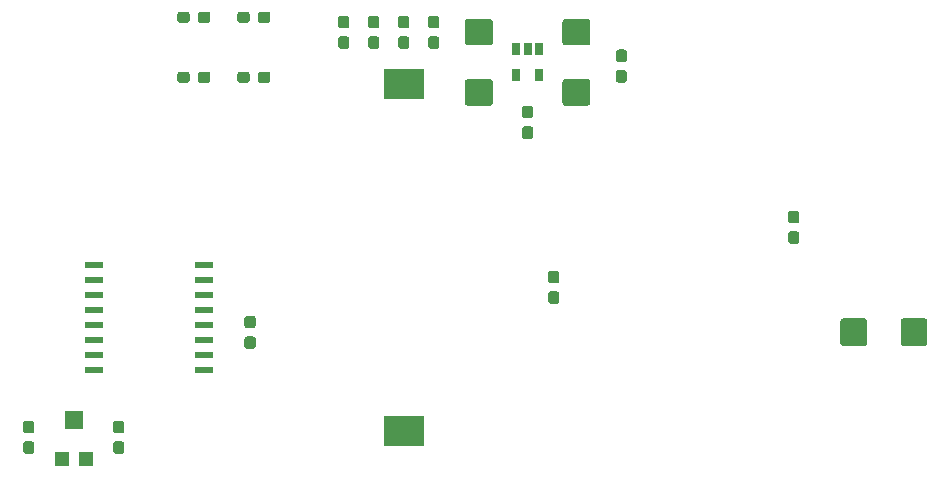
<source format=gbr>
G04 #@! TF.GenerationSoftware,KiCad,Pcbnew,(5.1.0)-1*
G04 #@! TF.CreationDate,2020-07-20T11:56:29-07:00*
G04 #@! TF.ProjectId,Tiny_Z80,54696e79-5f5a-4383-902e-6b696361645f,rev?*
G04 #@! TF.SameCoordinates,Original*
G04 #@! TF.FileFunction,Paste,Bot*
G04 #@! TF.FilePolarity,Positive*
%FSLAX46Y46*%
G04 Gerber Fmt 4.6, Leading zero omitted, Abs format (unit mm)*
G04 Created by KiCad (PCBNEW (5.1.0)-1) date 2020-07-20 11:56:29*
%MOMM*%
%LPD*%
G04 APERTURE LIST*
%ADD10R,3.510000X2.540000*%
%ADD11C,0.100000*%
%ADD12C,2.250000*%
%ADD13C,0.950000*%
%ADD14R,1.200000X1.200000*%
%ADD15R,1.600000X1.500000*%
%ADD16R,1.500000X0.600000*%
%ADD17R,0.650000X1.060000*%
G04 APERTURE END LIST*
D10*
X160020000Y-121360000D03*
X160020000Y-92000000D03*
D11*
G36*
X199009505Y-111856204D02*
G01*
X199033773Y-111859804D01*
X199057572Y-111865765D01*
X199080671Y-111874030D01*
X199102850Y-111884520D01*
X199123893Y-111897132D01*
X199143599Y-111911747D01*
X199161777Y-111928223D01*
X199178253Y-111946401D01*
X199192868Y-111966107D01*
X199205480Y-111987150D01*
X199215970Y-112009329D01*
X199224235Y-112032428D01*
X199230196Y-112056227D01*
X199233796Y-112080495D01*
X199235000Y-112104999D01*
X199235000Y-113955001D01*
X199233796Y-113979505D01*
X199230196Y-114003773D01*
X199224235Y-114027572D01*
X199215970Y-114050671D01*
X199205480Y-114072850D01*
X199192868Y-114093893D01*
X199178253Y-114113599D01*
X199161777Y-114131777D01*
X199143599Y-114148253D01*
X199123893Y-114162868D01*
X199102850Y-114175480D01*
X199080671Y-114185970D01*
X199057572Y-114194235D01*
X199033773Y-114200196D01*
X199009505Y-114203796D01*
X198985001Y-114205000D01*
X197234999Y-114205000D01*
X197210495Y-114203796D01*
X197186227Y-114200196D01*
X197162428Y-114194235D01*
X197139329Y-114185970D01*
X197117150Y-114175480D01*
X197096107Y-114162868D01*
X197076401Y-114148253D01*
X197058223Y-114131777D01*
X197041747Y-114113599D01*
X197027132Y-114093893D01*
X197014520Y-114072850D01*
X197004030Y-114050671D01*
X196995765Y-114027572D01*
X196989804Y-114003773D01*
X196986204Y-113979505D01*
X196985000Y-113955001D01*
X196985000Y-112104999D01*
X196986204Y-112080495D01*
X196989804Y-112056227D01*
X196995765Y-112032428D01*
X197004030Y-112009329D01*
X197014520Y-111987150D01*
X197027132Y-111966107D01*
X197041747Y-111946401D01*
X197058223Y-111928223D01*
X197076401Y-111911747D01*
X197096107Y-111897132D01*
X197117150Y-111884520D01*
X197139329Y-111874030D01*
X197162428Y-111865765D01*
X197186227Y-111859804D01*
X197210495Y-111856204D01*
X197234999Y-111855000D01*
X198985001Y-111855000D01*
X199009505Y-111856204D01*
X199009505Y-111856204D01*
G37*
D12*
X198110000Y-113030000D03*
D11*
G36*
X204109505Y-111856204D02*
G01*
X204133773Y-111859804D01*
X204157572Y-111865765D01*
X204180671Y-111874030D01*
X204202850Y-111884520D01*
X204223893Y-111897132D01*
X204243599Y-111911747D01*
X204261777Y-111928223D01*
X204278253Y-111946401D01*
X204292868Y-111966107D01*
X204305480Y-111987150D01*
X204315970Y-112009329D01*
X204324235Y-112032428D01*
X204330196Y-112056227D01*
X204333796Y-112080495D01*
X204335000Y-112104999D01*
X204335000Y-113955001D01*
X204333796Y-113979505D01*
X204330196Y-114003773D01*
X204324235Y-114027572D01*
X204315970Y-114050671D01*
X204305480Y-114072850D01*
X204292868Y-114093893D01*
X204278253Y-114113599D01*
X204261777Y-114131777D01*
X204243599Y-114148253D01*
X204223893Y-114162868D01*
X204202850Y-114175480D01*
X204180671Y-114185970D01*
X204157572Y-114194235D01*
X204133773Y-114200196D01*
X204109505Y-114203796D01*
X204085001Y-114205000D01*
X202334999Y-114205000D01*
X202310495Y-114203796D01*
X202286227Y-114200196D01*
X202262428Y-114194235D01*
X202239329Y-114185970D01*
X202217150Y-114175480D01*
X202196107Y-114162868D01*
X202176401Y-114148253D01*
X202158223Y-114131777D01*
X202141747Y-114113599D01*
X202127132Y-114093893D01*
X202114520Y-114072850D01*
X202104030Y-114050671D01*
X202095765Y-114027572D01*
X202089804Y-114003773D01*
X202086204Y-113979505D01*
X202085000Y-113955001D01*
X202085000Y-112104999D01*
X202086204Y-112080495D01*
X202089804Y-112056227D01*
X202095765Y-112032428D01*
X202104030Y-112009329D01*
X202114520Y-111987150D01*
X202127132Y-111966107D01*
X202141747Y-111946401D01*
X202158223Y-111928223D01*
X202176401Y-111911747D01*
X202196107Y-111897132D01*
X202217150Y-111884520D01*
X202239329Y-111874030D01*
X202262428Y-111865765D01*
X202286227Y-111859804D01*
X202310495Y-111856204D01*
X202334999Y-111855000D01*
X204085001Y-111855000D01*
X204109505Y-111856204D01*
X204109505Y-111856204D01*
G37*
D12*
X203210000Y-113030000D03*
D11*
G36*
X172980779Y-107821144D02*
G01*
X173003834Y-107824563D01*
X173026443Y-107830227D01*
X173048387Y-107838079D01*
X173069457Y-107848044D01*
X173089448Y-107860026D01*
X173108168Y-107873910D01*
X173125438Y-107889562D01*
X173141090Y-107906832D01*
X173154974Y-107925552D01*
X173166956Y-107945543D01*
X173176921Y-107966613D01*
X173184773Y-107988557D01*
X173190437Y-108011166D01*
X173193856Y-108034221D01*
X173195000Y-108057500D01*
X173195000Y-108632500D01*
X173193856Y-108655779D01*
X173190437Y-108678834D01*
X173184773Y-108701443D01*
X173176921Y-108723387D01*
X173166956Y-108744457D01*
X173154974Y-108764448D01*
X173141090Y-108783168D01*
X173125438Y-108800438D01*
X173108168Y-108816090D01*
X173089448Y-108829974D01*
X173069457Y-108841956D01*
X173048387Y-108851921D01*
X173026443Y-108859773D01*
X173003834Y-108865437D01*
X172980779Y-108868856D01*
X172957500Y-108870000D01*
X172482500Y-108870000D01*
X172459221Y-108868856D01*
X172436166Y-108865437D01*
X172413557Y-108859773D01*
X172391613Y-108851921D01*
X172370543Y-108841956D01*
X172350552Y-108829974D01*
X172331832Y-108816090D01*
X172314562Y-108800438D01*
X172298910Y-108783168D01*
X172285026Y-108764448D01*
X172273044Y-108744457D01*
X172263079Y-108723387D01*
X172255227Y-108701443D01*
X172249563Y-108678834D01*
X172246144Y-108655779D01*
X172245000Y-108632500D01*
X172245000Y-108057500D01*
X172246144Y-108034221D01*
X172249563Y-108011166D01*
X172255227Y-107988557D01*
X172263079Y-107966613D01*
X172273044Y-107945543D01*
X172285026Y-107925552D01*
X172298910Y-107906832D01*
X172314562Y-107889562D01*
X172331832Y-107873910D01*
X172350552Y-107860026D01*
X172370543Y-107848044D01*
X172391613Y-107838079D01*
X172413557Y-107830227D01*
X172436166Y-107824563D01*
X172459221Y-107821144D01*
X172482500Y-107820000D01*
X172957500Y-107820000D01*
X172980779Y-107821144D01*
X172980779Y-107821144D01*
G37*
D13*
X172720000Y-108345000D03*
D11*
G36*
X172980779Y-109571144D02*
G01*
X173003834Y-109574563D01*
X173026443Y-109580227D01*
X173048387Y-109588079D01*
X173069457Y-109598044D01*
X173089448Y-109610026D01*
X173108168Y-109623910D01*
X173125438Y-109639562D01*
X173141090Y-109656832D01*
X173154974Y-109675552D01*
X173166956Y-109695543D01*
X173176921Y-109716613D01*
X173184773Y-109738557D01*
X173190437Y-109761166D01*
X173193856Y-109784221D01*
X173195000Y-109807500D01*
X173195000Y-110382500D01*
X173193856Y-110405779D01*
X173190437Y-110428834D01*
X173184773Y-110451443D01*
X173176921Y-110473387D01*
X173166956Y-110494457D01*
X173154974Y-110514448D01*
X173141090Y-110533168D01*
X173125438Y-110550438D01*
X173108168Y-110566090D01*
X173089448Y-110579974D01*
X173069457Y-110591956D01*
X173048387Y-110601921D01*
X173026443Y-110609773D01*
X173003834Y-110615437D01*
X172980779Y-110618856D01*
X172957500Y-110620000D01*
X172482500Y-110620000D01*
X172459221Y-110618856D01*
X172436166Y-110615437D01*
X172413557Y-110609773D01*
X172391613Y-110601921D01*
X172370543Y-110591956D01*
X172350552Y-110579974D01*
X172331832Y-110566090D01*
X172314562Y-110550438D01*
X172298910Y-110533168D01*
X172285026Y-110514448D01*
X172273044Y-110494457D01*
X172263079Y-110473387D01*
X172255227Y-110451443D01*
X172249563Y-110428834D01*
X172246144Y-110405779D01*
X172245000Y-110382500D01*
X172245000Y-109807500D01*
X172246144Y-109784221D01*
X172249563Y-109761166D01*
X172255227Y-109738557D01*
X172263079Y-109716613D01*
X172273044Y-109695543D01*
X172285026Y-109675552D01*
X172298910Y-109656832D01*
X172314562Y-109639562D01*
X172331832Y-109623910D01*
X172350552Y-109610026D01*
X172370543Y-109598044D01*
X172391613Y-109588079D01*
X172413557Y-109580227D01*
X172436166Y-109574563D01*
X172459221Y-109571144D01*
X172482500Y-109570000D01*
X172957500Y-109570000D01*
X172980779Y-109571144D01*
X172980779Y-109571144D01*
G37*
D13*
X172720000Y-110095000D03*
D11*
G36*
X193300779Y-104491144D02*
G01*
X193323834Y-104494563D01*
X193346443Y-104500227D01*
X193368387Y-104508079D01*
X193389457Y-104518044D01*
X193409448Y-104530026D01*
X193428168Y-104543910D01*
X193445438Y-104559562D01*
X193461090Y-104576832D01*
X193474974Y-104595552D01*
X193486956Y-104615543D01*
X193496921Y-104636613D01*
X193504773Y-104658557D01*
X193510437Y-104681166D01*
X193513856Y-104704221D01*
X193515000Y-104727500D01*
X193515000Y-105302500D01*
X193513856Y-105325779D01*
X193510437Y-105348834D01*
X193504773Y-105371443D01*
X193496921Y-105393387D01*
X193486956Y-105414457D01*
X193474974Y-105434448D01*
X193461090Y-105453168D01*
X193445438Y-105470438D01*
X193428168Y-105486090D01*
X193409448Y-105499974D01*
X193389457Y-105511956D01*
X193368387Y-105521921D01*
X193346443Y-105529773D01*
X193323834Y-105535437D01*
X193300779Y-105538856D01*
X193277500Y-105540000D01*
X192802500Y-105540000D01*
X192779221Y-105538856D01*
X192756166Y-105535437D01*
X192733557Y-105529773D01*
X192711613Y-105521921D01*
X192690543Y-105511956D01*
X192670552Y-105499974D01*
X192651832Y-105486090D01*
X192634562Y-105470438D01*
X192618910Y-105453168D01*
X192605026Y-105434448D01*
X192593044Y-105414457D01*
X192583079Y-105393387D01*
X192575227Y-105371443D01*
X192569563Y-105348834D01*
X192566144Y-105325779D01*
X192565000Y-105302500D01*
X192565000Y-104727500D01*
X192566144Y-104704221D01*
X192569563Y-104681166D01*
X192575227Y-104658557D01*
X192583079Y-104636613D01*
X192593044Y-104615543D01*
X192605026Y-104595552D01*
X192618910Y-104576832D01*
X192634562Y-104559562D01*
X192651832Y-104543910D01*
X192670552Y-104530026D01*
X192690543Y-104518044D01*
X192711613Y-104508079D01*
X192733557Y-104500227D01*
X192756166Y-104494563D01*
X192779221Y-104491144D01*
X192802500Y-104490000D01*
X193277500Y-104490000D01*
X193300779Y-104491144D01*
X193300779Y-104491144D01*
G37*
D13*
X193040000Y-105015000D03*
D11*
G36*
X193300779Y-102741144D02*
G01*
X193323834Y-102744563D01*
X193346443Y-102750227D01*
X193368387Y-102758079D01*
X193389457Y-102768044D01*
X193409448Y-102780026D01*
X193428168Y-102793910D01*
X193445438Y-102809562D01*
X193461090Y-102826832D01*
X193474974Y-102845552D01*
X193486956Y-102865543D01*
X193496921Y-102886613D01*
X193504773Y-102908557D01*
X193510437Y-102931166D01*
X193513856Y-102954221D01*
X193515000Y-102977500D01*
X193515000Y-103552500D01*
X193513856Y-103575779D01*
X193510437Y-103598834D01*
X193504773Y-103621443D01*
X193496921Y-103643387D01*
X193486956Y-103664457D01*
X193474974Y-103684448D01*
X193461090Y-103703168D01*
X193445438Y-103720438D01*
X193428168Y-103736090D01*
X193409448Y-103749974D01*
X193389457Y-103761956D01*
X193368387Y-103771921D01*
X193346443Y-103779773D01*
X193323834Y-103785437D01*
X193300779Y-103788856D01*
X193277500Y-103790000D01*
X192802500Y-103790000D01*
X192779221Y-103788856D01*
X192756166Y-103785437D01*
X192733557Y-103779773D01*
X192711613Y-103771921D01*
X192690543Y-103761956D01*
X192670552Y-103749974D01*
X192651832Y-103736090D01*
X192634562Y-103720438D01*
X192618910Y-103703168D01*
X192605026Y-103684448D01*
X192593044Y-103664457D01*
X192583079Y-103643387D01*
X192575227Y-103621443D01*
X192569563Y-103598834D01*
X192566144Y-103575779D01*
X192565000Y-103552500D01*
X192565000Y-102977500D01*
X192566144Y-102954221D01*
X192569563Y-102931166D01*
X192575227Y-102908557D01*
X192583079Y-102886613D01*
X192593044Y-102865543D01*
X192605026Y-102845552D01*
X192618910Y-102826832D01*
X192634562Y-102809562D01*
X192651832Y-102793910D01*
X192670552Y-102780026D01*
X192690543Y-102768044D01*
X192711613Y-102758079D01*
X192733557Y-102750227D01*
X192756166Y-102744563D01*
X192779221Y-102741144D01*
X192802500Y-102740000D01*
X193277500Y-102740000D01*
X193300779Y-102741144D01*
X193300779Y-102741144D01*
G37*
D13*
X193040000Y-103265000D03*
D11*
G36*
X178695779Y-90838644D02*
G01*
X178718834Y-90842063D01*
X178741443Y-90847727D01*
X178763387Y-90855579D01*
X178784457Y-90865544D01*
X178804448Y-90877526D01*
X178823168Y-90891410D01*
X178840438Y-90907062D01*
X178856090Y-90924332D01*
X178869974Y-90943052D01*
X178881956Y-90963043D01*
X178891921Y-90984113D01*
X178899773Y-91006057D01*
X178905437Y-91028666D01*
X178908856Y-91051721D01*
X178910000Y-91075000D01*
X178910000Y-91650000D01*
X178908856Y-91673279D01*
X178905437Y-91696334D01*
X178899773Y-91718943D01*
X178891921Y-91740887D01*
X178881956Y-91761957D01*
X178869974Y-91781948D01*
X178856090Y-91800668D01*
X178840438Y-91817938D01*
X178823168Y-91833590D01*
X178804448Y-91847474D01*
X178784457Y-91859456D01*
X178763387Y-91869421D01*
X178741443Y-91877273D01*
X178718834Y-91882937D01*
X178695779Y-91886356D01*
X178672500Y-91887500D01*
X178197500Y-91887500D01*
X178174221Y-91886356D01*
X178151166Y-91882937D01*
X178128557Y-91877273D01*
X178106613Y-91869421D01*
X178085543Y-91859456D01*
X178065552Y-91847474D01*
X178046832Y-91833590D01*
X178029562Y-91817938D01*
X178013910Y-91800668D01*
X178000026Y-91781948D01*
X177988044Y-91761957D01*
X177978079Y-91740887D01*
X177970227Y-91718943D01*
X177964563Y-91696334D01*
X177961144Y-91673279D01*
X177960000Y-91650000D01*
X177960000Y-91075000D01*
X177961144Y-91051721D01*
X177964563Y-91028666D01*
X177970227Y-91006057D01*
X177978079Y-90984113D01*
X177988044Y-90963043D01*
X178000026Y-90943052D01*
X178013910Y-90924332D01*
X178029562Y-90907062D01*
X178046832Y-90891410D01*
X178065552Y-90877526D01*
X178085543Y-90865544D01*
X178106613Y-90855579D01*
X178128557Y-90847727D01*
X178151166Y-90842063D01*
X178174221Y-90838644D01*
X178197500Y-90837500D01*
X178672500Y-90837500D01*
X178695779Y-90838644D01*
X178695779Y-90838644D01*
G37*
D13*
X178435000Y-91362500D03*
D11*
G36*
X178695779Y-89088644D02*
G01*
X178718834Y-89092063D01*
X178741443Y-89097727D01*
X178763387Y-89105579D01*
X178784457Y-89115544D01*
X178804448Y-89127526D01*
X178823168Y-89141410D01*
X178840438Y-89157062D01*
X178856090Y-89174332D01*
X178869974Y-89193052D01*
X178881956Y-89213043D01*
X178891921Y-89234113D01*
X178899773Y-89256057D01*
X178905437Y-89278666D01*
X178908856Y-89301721D01*
X178910000Y-89325000D01*
X178910000Y-89900000D01*
X178908856Y-89923279D01*
X178905437Y-89946334D01*
X178899773Y-89968943D01*
X178891921Y-89990887D01*
X178881956Y-90011957D01*
X178869974Y-90031948D01*
X178856090Y-90050668D01*
X178840438Y-90067938D01*
X178823168Y-90083590D01*
X178804448Y-90097474D01*
X178784457Y-90109456D01*
X178763387Y-90119421D01*
X178741443Y-90127273D01*
X178718834Y-90132937D01*
X178695779Y-90136356D01*
X178672500Y-90137500D01*
X178197500Y-90137500D01*
X178174221Y-90136356D01*
X178151166Y-90132937D01*
X178128557Y-90127273D01*
X178106613Y-90119421D01*
X178085543Y-90109456D01*
X178065552Y-90097474D01*
X178046832Y-90083590D01*
X178029562Y-90067938D01*
X178013910Y-90050668D01*
X178000026Y-90031948D01*
X177988044Y-90011957D01*
X177978079Y-89990887D01*
X177970227Y-89968943D01*
X177964563Y-89946334D01*
X177961144Y-89923279D01*
X177960000Y-89900000D01*
X177960000Y-89325000D01*
X177961144Y-89301721D01*
X177964563Y-89278666D01*
X177970227Y-89256057D01*
X177978079Y-89234113D01*
X177988044Y-89213043D01*
X178000026Y-89193052D01*
X178013910Y-89174332D01*
X178029562Y-89157062D01*
X178046832Y-89141410D01*
X178065552Y-89127526D01*
X178085543Y-89115544D01*
X178106613Y-89105579D01*
X178128557Y-89097727D01*
X178151166Y-89092063D01*
X178174221Y-89088644D01*
X178197500Y-89087500D01*
X178672500Y-89087500D01*
X178695779Y-89088644D01*
X178695779Y-89088644D01*
G37*
D13*
X178435000Y-89612500D03*
D11*
G36*
X128530779Y-122271144D02*
G01*
X128553834Y-122274563D01*
X128576443Y-122280227D01*
X128598387Y-122288079D01*
X128619457Y-122298044D01*
X128639448Y-122310026D01*
X128658168Y-122323910D01*
X128675438Y-122339562D01*
X128691090Y-122356832D01*
X128704974Y-122375552D01*
X128716956Y-122395543D01*
X128726921Y-122416613D01*
X128734773Y-122438557D01*
X128740437Y-122461166D01*
X128743856Y-122484221D01*
X128745000Y-122507500D01*
X128745000Y-123082500D01*
X128743856Y-123105779D01*
X128740437Y-123128834D01*
X128734773Y-123151443D01*
X128726921Y-123173387D01*
X128716956Y-123194457D01*
X128704974Y-123214448D01*
X128691090Y-123233168D01*
X128675438Y-123250438D01*
X128658168Y-123266090D01*
X128639448Y-123279974D01*
X128619457Y-123291956D01*
X128598387Y-123301921D01*
X128576443Y-123309773D01*
X128553834Y-123315437D01*
X128530779Y-123318856D01*
X128507500Y-123320000D01*
X128032500Y-123320000D01*
X128009221Y-123318856D01*
X127986166Y-123315437D01*
X127963557Y-123309773D01*
X127941613Y-123301921D01*
X127920543Y-123291956D01*
X127900552Y-123279974D01*
X127881832Y-123266090D01*
X127864562Y-123250438D01*
X127848910Y-123233168D01*
X127835026Y-123214448D01*
X127823044Y-123194457D01*
X127813079Y-123173387D01*
X127805227Y-123151443D01*
X127799563Y-123128834D01*
X127796144Y-123105779D01*
X127795000Y-123082500D01*
X127795000Y-122507500D01*
X127796144Y-122484221D01*
X127799563Y-122461166D01*
X127805227Y-122438557D01*
X127813079Y-122416613D01*
X127823044Y-122395543D01*
X127835026Y-122375552D01*
X127848910Y-122356832D01*
X127864562Y-122339562D01*
X127881832Y-122323910D01*
X127900552Y-122310026D01*
X127920543Y-122298044D01*
X127941613Y-122288079D01*
X127963557Y-122280227D01*
X127986166Y-122274563D01*
X128009221Y-122271144D01*
X128032500Y-122270000D01*
X128507500Y-122270000D01*
X128530779Y-122271144D01*
X128530779Y-122271144D01*
G37*
D13*
X128270000Y-122795000D03*
D11*
G36*
X128530779Y-120521144D02*
G01*
X128553834Y-120524563D01*
X128576443Y-120530227D01*
X128598387Y-120538079D01*
X128619457Y-120548044D01*
X128639448Y-120560026D01*
X128658168Y-120573910D01*
X128675438Y-120589562D01*
X128691090Y-120606832D01*
X128704974Y-120625552D01*
X128716956Y-120645543D01*
X128726921Y-120666613D01*
X128734773Y-120688557D01*
X128740437Y-120711166D01*
X128743856Y-120734221D01*
X128745000Y-120757500D01*
X128745000Y-121332500D01*
X128743856Y-121355779D01*
X128740437Y-121378834D01*
X128734773Y-121401443D01*
X128726921Y-121423387D01*
X128716956Y-121444457D01*
X128704974Y-121464448D01*
X128691090Y-121483168D01*
X128675438Y-121500438D01*
X128658168Y-121516090D01*
X128639448Y-121529974D01*
X128619457Y-121541956D01*
X128598387Y-121551921D01*
X128576443Y-121559773D01*
X128553834Y-121565437D01*
X128530779Y-121568856D01*
X128507500Y-121570000D01*
X128032500Y-121570000D01*
X128009221Y-121568856D01*
X127986166Y-121565437D01*
X127963557Y-121559773D01*
X127941613Y-121551921D01*
X127920543Y-121541956D01*
X127900552Y-121529974D01*
X127881832Y-121516090D01*
X127864562Y-121500438D01*
X127848910Y-121483168D01*
X127835026Y-121464448D01*
X127823044Y-121444457D01*
X127813079Y-121423387D01*
X127805227Y-121401443D01*
X127799563Y-121378834D01*
X127796144Y-121355779D01*
X127795000Y-121332500D01*
X127795000Y-120757500D01*
X127796144Y-120734221D01*
X127799563Y-120711166D01*
X127805227Y-120688557D01*
X127813079Y-120666613D01*
X127823044Y-120645543D01*
X127835026Y-120625552D01*
X127848910Y-120606832D01*
X127864562Y-120589562D01*
X127881832Y-120573910D01*
X127900552Y-120560026D01*
X127920543Y-120548044D01*
X127941613Y-120538079D01*
X127963557Y-120530227D01*
X127986166Y-120524563D01*
X128009221Y-120521144D01*
X128032500Y-120520000D01*
X128507500Y-120520000D01*
X128530779Y-120521144D01*
X128530779Y-120521144D01*
G37*
D13*
X128270000Y-121045000D03*
D11*
G36*
X136150779Y-122271144D02*
G01*
X136173834Y-122274563D01*
X136196443Y-122280227D01*
X136218387Y-122288079D01*
X136239457Y-122298044D01*
X136259448Y-122310026D01*
X136278168Y-122323910D01*
X136295438Y-122339562D01*
X136311090Y-122356832D01*
X136324974Y-122375552D01*
X136336956Y-122395543D01*
X136346921Y-122416613D01*
X136354773Y-122438557D01*
X136360437Y-122461166D01*
X136363856Y-122484221D01*
X136365000Y-122507500D01*
X136365000Y-123082500D01*
X136363856Y-123105779D01*
X136360437Y-123128834D01*
X136354773Y-123151443D01*
X136346921Y-123173387D01*
X136336956Y-123194457D01*
X136324974Y-123214448D01*
X136311090Y-123233168D01*
X136295438Y-123250438D01*
X136278168Y-123266090D01*
X136259448Y-123279974D01*
X136239457Y-123291956D01*
X136218387Y-123301921D01*
X136196443Y-123309773D01*
X136173834Y-123315437D01*
X136150779Y-123318856D01*
X136127500Y-123320000D01*
X135652500Y-123320000D01*
X135629221Y-123318856D01*
X135606166Y-123315437D01*
X135583557Y-123309773D01*
X135561613Y-123301921D01*
X135540543Y-123291956D01*
X135520552Y-123279974D01*
X135501832Y-123266090D01*
X135484562Y-123250438D01*
X135468910Y-123233168D01*
X135455026Y-123214448D01*
X135443044Y-123194457D01*
X135433079Y-123173387D01*
X135425227Y-123151443D01*
X135419563Y-123128834D01*
X135416144Y-123105779D01*
X135415000Y-123082500D01*
X135415000Y-122507500D01*
X135416144Y-122484221D01*
X135419563Y-122461166D01*
X135425227Y-122438557D01*
X135433079Y-122416613D01*
X135443044Y-122395543D01*
X135455026Y-122375552D01*
X135468910Y-122356832D01*
X135484562Y-122339562D01*
X135501832Y-122323910D01*
X135520552Y-122310026D01*
X135540543Y-122298044D01*
X135561613Y-122288079D01*
X135583557Y-122280227D01*
X135606166Y-122274563D01*
X135629221Y-122271144D01*
X135652500Y-122270000D01*
X136127500Y-122270000D01*
X136150779Y-122271144D01*
X136150779Y-122271144D01*
G37*
D13*
X135890000Y-122795000D03*
D11*
G36*
X136150779Y-120521144D02*
G01*
X136173834Y-120524563D01*
X136196443Y-120530227D01*
X136218387Y-120538079D01*
X136239457Y-120548044D01*
X136259448Y-120560026D01*
X136278168Y-120573910D01*
X136295438Y-120589562D01*
X136311090Y-120606832D01*
X136324974Y-120625552D01*
X136336956Y-120645543D01*
X136346921Y-120666613D01*
X136354773Y-120688557D01*
X136360437Y-120711166D01*
X136363856Y-120734221D01*
X136365000Y-120757500D01*
X136365000Y-121332500D01*
X136363856Y-121355779D01*
X136360437Y-121378834D01*
X136354773Y-121401443D01*
X136346921Y-121423387D01*
X136336956Y-121444457D01*
X136324974Y-121464448D01*
X136311090Y-121483168D01*
X136295438Y-121500438D01*
X136278168Y-121516090D01*
X136259448Y-121529974D01*
X136239457Y-121541956D01*
X136218387Y-121551921D01*
X136196443Y-121559773D01*
X136173834Y-121565437D01*
X136150779Y-121568856D01*
X136127500Y-121570000D01*
X135652500Y-121570000D01*
X135629221Y-121568856D01*
X135606166Y-121565437D01*
X135583557Y-121559773D01*
X135561613Y-121551921D01*
X135540543Y-121541956D01*
X135520552Y-121529974D01*
X135501832Y-121516090D01*
X135484562Y-121500438D01*
X135468910Y-121483168D01*
X135455026Y-121464448D01*
X135443044Y-121444457D01*
X135433079Y-121423387D01*
X135425227Y-121401443D01*
X135419563Y-121378834D01*
X135416144Y-121355779D01*
X135415000Y-121332500D01*
X135415000Y-120757500D01*
X135416144Y-120734221D01*
X135419563Y-120711166D01*
X135425227Y-120688557D01*
X135433079Y-120666613D01*
X135443044Y-120645543D01*
X135455026Y-120625552D01*
X135468910Y-120606832D01*
X135484562Y-120589562D01*
X135501832Y-120573910D01*
X135520552Y-120560026D01*
X135540543Y-120548044D01*
X135561613Y-120538079D01*
X135583557Y-120530227D01*
X135606166Y-120524563D01*
X135629221Y-120521144D01*
X135652500Y-120520000D01*
X136127500Y-120520000D01*
X136150779Y-120521144D01*
X136150779Y-120521144D01*
G37*
D13*
X135890000Y-121045000D03*
D14*
X133080000Y-123720000D03*
X131080000Y-123720000D03*
D15*
X132080000Y-120470000D03*
D16*
X143080000Y-107315000D03*
X143080000Y-108585000D03*
X143080000Y-109855000D03*
X143080000Y-111125000D03*
X143080000Y-112395000D03*
X143080000Y-113665000D03*
X143080000Y-114935000D03*
X143080000Y-116205000D03*
X133780000Y-116205000D03*
X133780000Y-114935000D03*
X133780000Y-113665000D03*
X133780000Y-112395000D03*
X133780000Y-111125000D03*
X133780000Y-109855000D03*
X133780000Y-108585000D03*
X133780000Y-107315000D03*
D11*
G36*
X147263279Y-113381144D02*
G01*
X147286334Y-113384563D01*
X147308943Y-113390227D01*
X147330887Y-113398079D01*
X147351957Y-113408044D01*
X147371948Y-113420026D01*
X147390668Y-113433910D01*
X147407938Y-113449562D01*
X147423590Y-113466832D01*
X147437474Y-113485552D01*
X147449456Y-113505543D01*
X147459421Y-113526613D01*
X147467273Y-113548557D01*
X147472937Y-113571166D01*
X147476356Y-113594221D01*
X147477500Y-113617500D01*
X147477500Y-114192500D01*
X147476356Y-114215779D01*
X147472937Y-114238834D01*
X147467273Y-114261443D01*
X147459421Y-114283387D01*
X147449456Y-114304457D01*
X147437474Y-114324448D01*
X147423590Y-114343168D01*
X147407938Y-114360438D01*
X147390668Y-114376090D01*
X147371948Y-114389974D01*
X147351957Y-114401956D01*
X147330887Y-114411921D01*
X147308943Y-114419773D01*
X147286334Y-114425437D01*
X147263279Y-114428856D01*
X147240000Y-114430000D01*
X146765000Y-114430000D01*
X146741721Y-114428856D01*
X146718666Y-114425437D01*
X146696057Y-114419773D01*
X146674113Y-114411921D01*
X146653043Y-114401956D01*
X146633052Y-114389974D01*
X146614332Y-114376090D01*
X146597062Y-114360438D01*
X146581410Y-114343168D01*
X146567526Y-114324448D01*
X146555544Y-114304457D01*
X146545579Y-114283387D01*
X146537727Y-114261443D01*
X146532063Y-114238834D01*
X146528644Y-114215779D01*
X146527500Y-114192500D01*
X146527500Y-113617500D01*
X146528644Y-113594221D01*
X146532063Y-113571166D01*
X146537727Y-113548557D01*
X146545579Y-113526613D01*
X146555544Y-113505543D01*
X146567526Y-113485552D01*
X146581410Y-113466832D01*
X146597062Y-113449562D01*
X146614332Y-113433910D01*
X146633052Y-113420026D01*
X146653043Y-113408044D01*
X146674113Y-113398079D01*
X146696057Y-113390227D01*
X146718666Y-113384563D01*
X146741721Y-113381144D01*
X146765000Y-113380000D01*
X147240000Y-113380000D01*
X147263279Y-113381144D01*
X147263279Y-113381144D01*
G37*
D13*
X147002500Y-113905000D03*
D11*
G36*
X147263279Y-111631144D02*
G01*
X147286334Y-111634563D01*
X147308943Y-111640227D01*
X147330887Y-111648079D01*
X147351957Y-111658044D01*
X147371948Y-111670026D01*
X147390668Y-111683910D01*
X147407938Y-111699562D01*
X147423590Y-111716832D01*
X147437474Y-111735552D01*
X147449456Y-111755543D01*
X147459421Y-111776613D01*
X147467273Y-111798557D01*
X147472937Y-111821166D01*
X147476356Y-111844221D01*
X147477500Y-111867500D01*
X147477500Y-112442500D01*
X147476356Y-112465779D01*
X147472937Y-112488834D01*
X147467273Y-112511443D01*
X147459421Y-112533387D01*
X147449456Y-112554457D01*
X147437474Y-112574448D01*
X147423590Y-112593168D01*
X147407938Y-112610438D01*
X147390668Y-112626090D01*
X147371948Y-112639974D01*
X147351957Y-112651956D01*
X147330887Y-112661921D01*
X147308943Y-112669773D01*
X147286334Y-112675437D01*
X147263279Y-112678856D01*
X147240000Y-112680000D01*
X146765000Y-112680000D01*
X146741721Y-112678856D01*
X146718666Y-112675437D01*
X146696057Y-112669773D01*
X146674113Y-112661921D01*
X146653043Y-112651956D01*
X146633052Y-112639974D01*
X146614332Y-112626090D01*
X146597062Y-112610438D01*
X146581410Y-112593168D01*
X146567526Y-112574448D01*
X146555544Y-112554457D01*
X146545579Y-112533387D01*
X146537727Y-112511443D01*
X146532063Y-112488834D01*
X146528644Y-112465779D01*
X146527500Y-112442500D01*
X146527500Y-111867500D01*
X146528644Y-111844221D01*
X146532063Y-111821166D01*
X146537727Y-111798557D01*
X146545579Y-111776613D01*
X146555544Y-111755543D01*
X146567526Y-111735552D01*
X146581410Y-111716832D01*
X146597062Y-111699562D01*
X146614332Y-111683910D01*
X146633052Y-111670026D01*
X146653043Y-111658044D01*
X146674113Y-111648079D01*
X146696057Y-111640227D01*
X146718666Y-111634563D01*
X146741721Y-111631144D01*
X146765000Y-111630000D01*
X147240000Y-111630000D01*
X147263279Y-111631144D01*
X147263279Y-111631144D01*
G37*
D13*
X147002500Y-112155000D03*
D11*
G36*
X141675779Y-90966144D02*
G01*
X141698834Y-90969563D01*
X141721443Y-90975227D01*
X141743387Y-90983079D01*
X141764457Y-90993044D01*
X141784448Y-91005026D01*
X141803168Y-91018910D01*
X141820438Y-91034562D01*
X141836090Y-91051832D01*
X141849974Y-91070552D01*
X141861956Y-91090543D01*
X141871921Y-91111613D01*
X141879773Y-91133557D01*
X141885437Y-91156166D01*
X141888856Y-91179221D01*
X141890000Y-91202500D01*
X141890000Y-91677500D01*
X141888856Y-91700779D01*
X141885437Y-91723834D01*
X141879773Y-91746443D01*
X141871921Y-91768387D01*
X141861956Y-91789457D01*
X141849974Y-91809448D01*
X141836090Y-91828168D01*
X141820438Y-91845438D01*
X141803168Y-91861090D01*
X141784448Y-91874974D01*
X141764457Y-91886956D01*
X141743387Y-91896921D01*
X141721443Y-91904773D01*
X141698834Y-91910437D01*
X141675779Y-91913856D01*
X141652500Y-91915000D01*
X141077500Y-91915000D01*
X141054221Y-91913856D01*
X141031166Y-91910437D01*
X141008557Y-91904773D01*
X140986613Y-91896921D01*
X140965543Y-91886956D01*
X140945552Y-91874974D01*
X140926832Y-91861090D01*
X140909562Y-91845438D01*
X140893910Y-91828168D01*
X140880026Y-91809448D01*
X140868044Y-91789457D01*
X140858079Y-91768387D01*
X140850227Y-91746443D01*
X140844563Y-91723834D01*
X140841144Y-91700779D01*
X140840000Y-91677500D01*
X140840000Y-91202500D01*
X140841144Y-91179221D01*
X140844563Y-91156166D01*
X140850227Y-91133557D01*
X140858079Y-91111613D01*
X140868044Y-91090543D01*
X140880026Y-91070552D01*
X140893910Y-91051832D01*
X140909562Y-91034562D01*
X140926832Y-91018910D01*
X140945552Y-91005026D01*
X140965543Y-90993044D01*
X140986613Y-90983079D01*
X141008557Y-90975227D01*
X141031166Y-90969563D01*
X141054221Y-90966144D01*
X141077500Y-90965000D01*
X141652500Y-90965000D01*
X141675779Y-90966144D01*
X141675779Y-90966144D01*
G37*
D13*
X141365000Y-91440000D03*
D11*
G36*
X143425779Y-90966144D02*
G01*
X143448834Y-90969563D01*
X143471443Y-90975227D01*
X143493387Y-90983079D01*
X143514457Y-90993044D01*
X143534448Y-91005026D01*
X143553168Y-91018910D01*
X143570438Y-91034562D01*
X143586090Y-91051832D01*
X143599974Y-91070552D01*
X143611956Y-91090543D01*
X143621921Y-91111613D01*
X143629773Y-91133557D01*
X143635437Y-91156166D01*
X143638856Y-91179221D01*
X143640000Y-91202500D01*
X143640000Y-91677500D01*
X143638856Y-91700779D01*
X143635437Y-91723834D01*
X143629773Y-91746443D01*
X143621921Y-91768387D01*
X143611956Y-91789457D01*
X143599974Y-91809448D01*
X143586090Y-91828168D01*
X143570438Y-91845438D01*
X143553168Y-91861090D01*
X143534448Y-91874974D01*
X143514457Y-91886956D01*
X143493387Y-91896921D01*
X143471443Y-91904773D01*
X143448834Y-91910437D01*
X143425779Y-91913856D01*
X143402500Y-91915000D01*
X142827500Y-91915000D01*
X142804221Y-91913856D01*
X142781166Y-91910437D01*
X142758557Y-91904773D01*
X142736613Y-91896921D01*
X142715543Y-91886956D01*
X142695552Y-91874974D01*
X142676832Y-91861090D01*
X142659562Y-91845438D01*
X142643910Y-91828168D01*
X142630026Y-91809448D01*
X142618044Y-91789457D01*
X142608079Y-91768387D01*
X142600227Y-91746443D01*
X142594563Y-91723834D01*
X142591144Y-91700779D01*
X142590000Y-91677500D01*
X142590000Y-91202500D01*
X142591144Y-91179221D01*
X142594563Y-91156166D01*
X142600227Y-91133557D01*
X142608079Y-91111613D01*
X142618044Y-91090543D01*
X142630026Y-91070552D01*
X142643910Y-91051832D01*
X142659562Y-91034562D01*
X142676832Y-91018910D01*
X142695552Y-91005026D01*
X142715543Y-90993044D01*
X142736613Y-90983079D01*
X142758557Y-90975227D01*
X142781166Y-90969563D01*
X142804221Y-90966144D01*
X142827500Y-90965000D01*
X143402500Y-90965000D01*
X143425779Y-90966144D01*
X143425779Y-90966144D01*
G37*
D13*
X143115000Y-91440000D03*
D11*
G36*
X146755779Y-90966144D02*
G01*
X146778834Y-90969563D01*
X146801443Y-90975227D01*
X146823387Y-90983079D01*
X146844457Y-90993044D01*
X146864448Y-91005026D01*
X146883168Y-91018910D01*
X146900438Y-91034562D01*
X146916090Y-91051832D01*
X146929974Y-91070552D01*
X146941956Y-91090543D01*
X146951921Y-91111613D01*
X146959773Y-91133557D01*
X146965437Y-91156166D01*
X146968856Y-91179221D01*
X146970000Y-91202500D01*
X146970000Y-91677500D01*
X146968856Y-91700779D01*
X146965437Y-91723834D01*
X146959773Y-91746443D01*
X146951921Y-91768387D01*
X146941956Y-91789457D01*
X146929974Y-91809448D01*
X146916090Y-91828168D01*
X146900438Y-91845438D01*
X146883168Y-91861090D01*
X146864448Y-91874974D01*
X146844457Y-91886956D01*
X146823387Y-91896921D01*
X146801443Y-91904773D01*
X146778834Y-91910437D01*
X146755779Y-91913856D01*
X146732500Y-91915000D01*
X146157500Y-91915000D01*
X146134221Y-91913856D01*
X146111166Y-91910437D01*
X146088557Y-91904773D01*
X146066613Y-91896921D01*
X146045543Y-91886956D01*
X146025552Y-91874974D01*
X146006832Y-91861090D01*
X145989562Y-91845438D01*
X145973910Y-91828168D01*
X145960026Y-91809448D01*
X145948044Y-91789457D01*
X145938079Y-91768387D01*
X145930227Y-91746443D01*
X145924563Y-91723834D01*
X145921144Y-91700779D01*
X145920000Y-91677500D01*
X145920000Y-91202500D01*
X145921144Y-91179221D01*
X145924563Y-91156166D01*
X145930227Y-91133557D01*
X145938079Y-91111613D01*
X145948044Y-91090543D01*
X145960026Y-91070552D01*
X145973910Y-91051832D01*
X145989562Y-91034562D01*
X146006832Y-91018910D01*
X146025552Y-91005026D01*
X146045543Y-90993044D01*
X146066613Y-90983079D01*
X146088557Y-90975227D01*
X146111166Y-90969563D01*
X146134221Y-90966144D01*
X146157500Y-90965000D01*
X146732500Y-90965000D01*
X146755779Y-90966144D01*
X146755779Y-90966144D01*
G37*
D13*
X146445000Y-91440000D03*
D11*
G36*
X148505779Y-90966144D02*
G01*
X148528834Y-90969563D01*
X148551443Y-90975227D01*
X148573387Y-90983079D01*
X148594457Y-90993044D01*
X148614448Y-91005026D01*
X148633168Y-91018910D01*
X148650438Y-91034562D01*
X148666090Y-91051832D01*
X148679974Y-91070552D01*
X148691956Y-91090543D01*
X148701921Y-91111613D01*
X148709773Y-91133557D01*
X148715437Y-91156166D01*
X148718856Y-91179221D01*
X148720000Y-91202500D01*
X148720000Y-91677500D01*
X148718856Y-91700779D01*
X148715437Y-91723834D01*
X148709773Y-91746443D01*
X148701921Y-91768387D01*
X148691956Y-91789457D01*
X148679974Y-91809448D01*
X148666090Y-91828168D01*
X148650438Y-91845438D01*
X148633168Y-91861090D01*
X148614448Y-91874974D01*
X148594457Y-91886956D01*
X148573387Y-91896921D01*
X148551443Y-91904773D01*
X148528834Y-91910437D01*
X148505779Y-91913856D01*
X148482500Y-91915000D01*
X147907500Y-91915000D01*
X147884221Y-91913856D01*
X147861166Y-91910437D01*
X147838557Y-91904773D01*
X147816613Y-91896921D01*
X147795543Y-91886956D01*
X147775552Y-91874974D01*
X147756832Y-91861090D01*
X147739562Y-91845438D01*
X147723910Y-91828168D01*
X147710026Y-91809448D01*
X147698044Y-91789457D01*
X147688079Y-91768387D01*
X147680227Y-91746443D01*
X147674563Y-91723834D01*
X147671144Y-91700779D01*
X147670000Y-91677500D01*
X147670000Y-91202500D01*
X147671144Y-91179221D01*
X147674563Y-91156166D01*
X147680227Y-91133557D01*
X147688079Y-91111613D01*
X147698044Y-91090543D01*
X147710026Y-91070552D01*
X147723910Y-91051832D01*
X147739562Y-91034562D01*
X147756832Y-91018910D01*
X147775552Y-91005026D01*
X147795543Y-90993044D01*
X147816613Y-90983079D01*
X147838557Y-90975227D01*
X147861166Y-90969563D01*
X147884221Y-90966144D01*
X147907500Y-90965000D01*
X148482500Y-90965000D01*
X148505779Y-90966144D01*
X148505779Y-90966144D01*
G37*
D13*
X148195000Y-91440000D03*
D11*
G36*
X141675779Y-85886144D02*
G01*
X141698834Y-85889563D01*
X141721443Y-85895227D01*
X141743387Y-85903079D01*
X141764457Y-85913044D01*
X141784448Y-85925026D01*
X141803168Y-85938910D01*
X141820438Y-85954562D01*
X141836090Y-85971832D01*
X141849974Y-85990552D01*
X141861956Y-86010543D01*
X141871921Y-86031613D01*
X141879773Y-86053557D01*
X141885437Y-86076166D01*
X141888856Y-86099221D01*
X141890000Y-86122500D01*
X141890000Y-86597500D01*
X141888856Y-86620779D01*
X141885437Y-86643834D01*
X141879773Y-86666443D01*
X141871921Y-86688387D01*
X141861956Y-86709457D01*
X141849974Y-86729448D01*
X141836090Y-86748168D01*
X141820438Y-86765438D01*
X141803168Y-86781090D01*
X141784448Y-86794974D01*
X141764457Y-86806956D01*
X141743387Y-86816921D01*
X141721443Y-86824773D01*
X141698834Y-86830437D01*
X141675779Y-86833856D01*
X141652500Y-86835000D01*
X141077500Y-86835000D01*
X141054221Y-86833856D01*
X141031166Y-86830437D01*
X141008557Y-86824773D01*
X140986613Y-86816921D01*
X140965543Y-86806956D01*
X140945552Y-86794974D01*
X140926832Y-86781090D01*
X140909562Y-86765438D01*
X140893910Y-86748168D01*
X140880026Y-86729448D01*
X140868044Y-86709457D01*
X140858079Y-86688387D01*
X140850227Y-86666443D01*
X140844563Y-86643834D01*
X140841144Y-86620779D01*
X140840000Y-86597500D01*
X140840000Y-86122500D01*
X140841144Y-86099221D01*
X140844563Y-86076166D01*
X140850227Y-86053557D01*
X140858079Y-86031613D01*
X140868044Y-86010543D01*
X140880026Y-85990552D01*
X140893910Y-85971832D01*
X140909562Y-85954562D01*
X140926832Y-85938910D01*
X140945552Y-85925026D01*
X140965543Y-85913044D01*
X140986613Y-85903079D01*
X141008557Y-85895227D01*
X141031166Y-85889563D01*
X141054221Y-85886144D01*
X141077500Y-85885000D01*
X141652500Y-85885000D01*
X141675779Y-85886144D01*
X141675779Y-85886144D01*
G37*
D13*
X141365000Y-86360000D03*
D11*
G36*
X143425779Y-85886144D02*
G01*
X143448834Y-85889563D01*
X143471443Y-85895227D01*
X143493387Y-85903079D01*
X143514457Y-85913044D01*
X143534448Y-85925026D01*
X143553168Y-85938910D01*
X143570438Y-85954562D01*
X143586090Y-85971832D01*
X143599974Y-85990552D01*
X143611956Y-86010543D01*
X143621921Y-86031613D01*
X143629773Y-86053557D01*
X143635437Y-86076166D01*
X143638856Y-86099221D01*
X143640000Y-86122500D01*
X143640000Y-86597500D01*
X143638856Y-86620779D01*
X143635437Y-86643834D01*
X143629773Y-86666443D01*
X143621921Y-86688387D01*
X143611956Y-86709457D01*
X143599974Y-86729448D01*
X143586090Y-86748168D01*
X143570438Y-86765438D01*
X143553168Y-86781090D01*
X143534448Y-86794974D01*
X143514457Y-86806956D01*
X143493387Y-86816921D01*
X143471443Y-86824773D01*
X143448834Y-86830437D01*
X143425779Y-86833856D01*
X143402500Y-86835000D01*
X142827500Y-86835000D01*
X142804221Y-86833856D01*
X142781166Y-86830437D01*
X142758557Y-86824773D01*
X142736613Y-86816921D01*
X142715543Y-86806956D01*
X142695552Y-86794974D01*
X142676832Y-86781090D01*
X142659562Y-86765438D01*
X142643910Y-86748168D01*
X142630026Y-86729448D01*
X142618044Y-86709457D01*
X142608079Y-86688387D01*
X142600227Y-86666443D01*
X142594563Y-86643834D01*
X142591144Y-86620779D01*
X142590000Y-86597500D01*
X142590000Y-86122500D01*
X142591144Y-86099221D01*
X142594563Y-86076166D01*
X142600227Y-86053557D01*
X142608079Y-86031613D01*
X142618044Y-86010543D01*
X142630026Y-85990552D01*
X142643910Y-85971832D01*
X142659562Y-85954562D01*
X142676832Y-85938910D01*
X142695552Y-85925026D01*
X142715543Y-85913044D01*
X142736613Y-85903079D01*
X142758557Y-85895227D01*
X142781166Y-85889563D01*
X142804221Y-85886144D01*
X142827500Y-85885000D01*
X143402500Y-85885000D01*
X143425779Y-85886144D01*
X143425779Y-85886144D01*
G37*
D13*
X143115000Y-86360000D03*
D11*
G36*
X148505779Y-85886144D02*
G01*
X148528834Y-85889563D01*
X148551443Y-85895227D01*
X148573387Y-85903079D01*
X148594457Y-85913044D01*
X148614448Y-85925026D01*
X148633168Y-85938910D01*
X148650438Y-85954562D01*
X148666090Y-85971832D01*
X148679974Y-85990552D01*
X148691956Y-86010543D01*
X148701921Y-86031613D01*
X148709773Y-86053557D01*
X148715437Y-86076166D01*
X148718856Y-86099221D01*
X148720000Y-86122500D01*
X148720000Y-86597500D01*
X148718856Y-86620779D01*
X148715437Y-86643834D01*
X148709773Y-86666443D01*
X148701921Y-86688387D01*
X148691956Y-86709457D01*
X148679974Y-86729448D01*
X148666090Y-86748168D01*
X148650438Y-86765438D01*
X148633168Y-86781090D01*
X148614448Y-86794974D01*
X148594457Y-86806956D01*
X148573387Y-86816921D01*
X148551443Y-86824773D01*
X148528834Y-86830437D01*
X148505779Y-86833856D01*
X148482500Y-86835000D01*
X147907500Y-86835000D01*
X147884221Y-86833856D01*
X147861166Y-86830437D01*
X147838557Y-86824773D01*
X147816613Y-86816921D01*
X147795543Y-86806956D01*
X147775552Y-86794974D01*
X147756832Y-86781090D01*
X147739562Y-86765438D01*
X147723910Y-86748168D01*
X147710026Y-86729448D01*
X147698044Y-86709457D01*
X147688079Y-86688387D01*
X147680227Y-86666443D01*
X147674563Y-86643834D01*
X147671144Y-86620779D01*
X147670000Y-86597500D01*
X147670000Y-86122500D01*
X147671144Y-86099221D01*
X147674563Y-86076166D01*
X147680227Y-86053557D01*
X147688079Y-86031613D01*
X147698044Y-86010543D01*
X147710026Y-85990552D01*
X147723910Y-85971832D01*
X147739562Y-85954562D01*
X147756832Y-85938910D01*
X147775552Y-85925026D01*
X147795543Y-85913044D01*
X147816613Y-85903079D01*
X147838557Y-85895227D01*
X147861166Y-85889563D01*
X147884221Y-85886144D01*
X147907500Y-85885000D01*
X148482500Y-85885000D01*
X148505779Y-85886144D01*
X148505779Y-85886144D01*
G37*
D13*
X148195000Y-86360000D03*
D11*
G36*
X146755779Y-85886144D02*
G01*
X146778834Y-85889563D01*
X146801443Y-85895227D01*
X146823387Y-85903079D01*
X146844457Y-85913044D01*
X146864448Y-85925026D01*
X146883168Y-85938910D01*
X146900438Y-85954562D01*
X146916090Y-85971832D01*
X146929974Y-85990552D01*
X146941956Y-86010543D01*
X146951921Y-86031613D01*
X146959773Y-86053557D01*
X146965437Y-86076166D01*
X146968856Y-86099221D01*
X146970000Y-86122500D01*
X146970000Y-86597500D01*
X146968856Y-86620779D01*
X146965437Y-86643834D01*
X146959773Y-86666443D01*
X146951921Y-86688387D01*
X146941956Y-86709457D01*
X146929974Y-86729448D01*
X146916090Y-86748168D01*
X146900438Y-86765438D01*
X146883168Y-86781090D01*
X146864448Y-86794974D01*
X146844457Y-86806956D01*
X146823387Y-86816921D01*
X146801443Y-86824773D01*
X146778834Y-86830437D01*
X146755779Y-86833856D01*
X146732500Y-86835000D01*
X146157500Y-86835000D01*
X146134221Y-86833856D01*
X146111166Y-86830437D01*
X146088557Y-86824773D01*
X146066613Y-86816921D01*
X146045543Y-86806956D01*
X146025552Y-86794974D01*
X146006832Y-86781090D01*
X145989562Y-86765438D01*
X145973910Y-86748168D01*
X145960026Y-86729448D01*
X145948044Y-86709457D01*
X145938079Y-86688387D01*
X145930227Y-86666443D01*
X145924563Y-86643834D01*
X145921144Y-86620779D01*
X145920000Y-86597500D01*
X145920000Y-86122500D01*
X145921144Y-86099221D01*
X145924563Y-86076166D01*
X145930227Y-86053557D01*
X145938079Y-86031613D01*
X145948044Y-86010543D01*
X145960026Y-85990552D01*
X145973910Y-85971832D01*
X145989562Y-85954562D01*
X146006832Y-85938910D01*
X146025552Y-85925026D01*
X146045543Y-85913044D01*
X146066613Y-85903079D01*
X146088557Y-85895227D01*
X146111166Y-85889563D01*
X146134221Y-85886144D01*
X146157500Y-85885000D01*
X146732500Y-85885000D01*
X146755779Y-85886144D01*
X146755779Y-85886144D01*
G37*
D13*
X146445000Y-86360000D03*
D11*
G36*
X175574505Y-91596204D02*
G01*
X175598773Y-91599804D01*
X175622572Y-91605765D01*
X175645671Y-91614030D01*
X175667850Y-91624520D01*
X175688893Y-91637132D01*
X175708599Y-91651747D01*
X175726777Y-91668223D01*
X175743253Y-91686401D01*
X175757868Y-91706107D01*
X175770480Y-91727150D01*
X175780970Y-91749329D01*
X175789235Y-91772428D01*
X175795196Y-91796227D01*
X175798796Y-91820495D01*
X175800000Y-91844999D01*
X175800000Y-93595001D01*
X175798796Y-93619505D01*
X175795196Y-93643773D01*
X175789235Y-93667572D01*
X175780970Y-93690671D01*
X175770480Y-93712850D01*
X175757868Y-93733893D01*
X175743253Y-93753599D01*
X175726777Y-93771777D01*
X175708599Y-93788253D01*
X175688893Y-93802868D01*
X175667850Y-93815480D01*
X175645671Y-93825970D01*
X175622572Y-93834235D01*
X175598773Y-93840196D01*
X175574505Y-93843796D01*
X175550001Y-93845000D01*
X173699999Y-93845000D01*
X173675495Y-93843796D01*
X173651227Y-93840196D01*
X173627428Y-93834235D01*
X173604329Y-93825970D01*
X173582150Y-93815480D01*
X173561107Y-93802868D01*
X173541401Y-93788253D01*
X173523223Y-93771777D01*
X173506747Y-93753599D01*
X173492132Y-93733893D01*
X173479520Y-93712850D01*
X173469030Y-93690671D01*
X173460765Y-93667572D01*
X173454804Y-93643773D01*
X173451204Y-93619505D01*
X173450000Y-93595001D01*
X173450000Y-91844999D01*
X173451204Y-91820495D01*
X173454804Y-91796227D01*
X173460765Y-91772428D01*
X173469030Y-91749329D01*
X173479520Y-91727150D01*
X173492132Y-91706107D01*
X173506747Y-91686401D01*
X173523223Y-91668223D01*
X173541401Y-91651747D01*
X173561107Y-91637132D01*
X173582150Y-91624520D01*
X173604329Y-91614030D01*
X173627428Y-91605765D01*
X173651227Y-91599804D01*
X173675495Y-91596204D01*
X173699999Y-91595000D01*
X175550001Y-91595000D01*
X175574505Y-91596204D01*
X175574505Y-91596204D01*
G37*
D12*
X174625000Y-92720000D03*
D11*
G36*
X175574505Y-86496204D02*
G01*
X175598773Y-86499804D01*
X175622572Y-86505765D01*
X175645671Y-86514030D01*
X175667850Y-86524520D01*
X175688893Y-86537132D01*
X175708599Y-86551747D01*
X175726777Y-86568223D01*
X175743253Y-86586401D01*
X175757868Y-86606107D01*
X175770480Y-86627150D01*
X175780970Y-86649329D01*
X175789235Y-86672428D01*
X175795196Y-86696227D01*
X175798796Y-86720495D01*
X175800000Y-86744999D01*
X175800000Y-88495001D01*
X175798796Y-88519505D01*
X175795196Y-88543773D01*
X175789235Y-88567572D01*
X175780970Y-88590671D01*
X175770480Y-88612850D01*
X175757868Y-88633893D01*
X175743253Y-88653599D01*
X175726777Y-88671777D01*
X175708599Y-88688253D01*
X175688893Y-88702868D01*
X175667850Y-88715480D01*
X175645671Y-88725970D01*
X175622572Y-88734235D01*
X175598773Y-88740196D01*
X175574505Y-88743796D01*
X175550001Y-88745000D01*
X173699999Y-88745000D01*
X173675495Y-88743796D01*
X173651227Y-88740196D01*
X173627428Y-88734235D01*
X173604329Y-88725970D01*
X173582150Y-88715480D01*
X173561107Y-88702868D01*
X173541401Y-88688253D01*
X173523223Y-88671777D01*
X173506747Y-88653599D01*
X173492132Y-88633893D01*
X173479520Y-88612850D01*
X173469030Y-88590671D01*
X173460765Y-88567572D01*
X173454804Y-88543773D01*
X173451204Y-88519505D01*
X173450000Y-88495001D01*
X173450000Y-86744999D01*
X173451204Y-86720495D01*
X173454804Y-86696227D01*
X173460765Y-86672428D01*
X173469030Y-86649329D01*
X173479520Y-86627150D01*
X173492132Y-86606107D01*
X173506747Y-86586401D01*
X173523223Y-86568223D01*
X173541401Y-86551747D01*
X173561107Y-86537132D01*
X173582150Y-86524520D01*
X173604329Y-86514030D01*
X173627428Y-86505765D01*
X173651227Y-86499804D01*
X173675495Y-86496204D01*
X173699999Y-86495000D01*
X175550001Y-86495000D01*
X175574505Y-86496204D01*
X175574505Y-86496204D01*
G37*
D12*
X174625000Y-87620000D03*
D11*
G36*
X170758279Y-95601144D02*
G01*
X170781334Y-95604563D01*
X170803943Y-95610227D01*
X170825887Y-95618079D01*
X170846957Y-95628044D01*
X170866948Y-95640026D01*
X170885668Y-95653910D01*
X170902938Y-95669562D01*
X170918590Y-95686832D01*
X170932474Y-95705552D01*
X170944456Y-95725543D01*
X170954421Y-95746613D01*
X170962273Y-95768557D01*
X170967937Y-95791166D01*
X170971356Y-95814221D01*
X170972500Y-95837500D01*
X170972500Y-96412500D01*
X170971356Y-96435779D01*
X170967937Y-96458834D01*
X170962273Y-96481443D01*
X170954421Y-96503387D01*
X170944456Y-96524457D01*
X170932474Y-96544448D01*
X170918590Y-96563168D01*
X170902938Y-96580438D01*
X170885668Y-96596090D01*
X170866948Y-96609974D01*
X170846957Y-96621956D01*
X170825887Y-96631921D01*
X170803943Y-96639773D01*
X170781334Y-96645437D01*
X170758279Y-96648856D01*
X170735000Y-96650000D01*
X170260000Y-96650000D01*
X170236721Y-96648856D01*
X170213666Y-96645437D01*
X170191057Y-96639773D01*
X170169113Y-96631921D01*
X170148043Y-96621956D01*
X170128052Y-96609974D01*
X170109332Y-96596090D01*
X170092062Y-96580438D01*
X170076410Y-96563168D01*
X170062526Y-96544448D01*
X170050544Y-96524457D01*
X170040579Y-96503387D01*
X170032727Y-96481443D01*
X170027063Y-96458834D01*
X170023644Y-96435779D01*
X170022500Y-96412500D01*
X170022500Y-95837500D01*
X170023644Y-95814221D01*
X170027063Y-95791166D01*
X170032727Y-95768557D01*
X170040579Y-95746613D01*
X170050544Y-95725543D01*
X170062526Y-95705552D01*
X170076410Y-95686832D01*
X170092062Y-95669562D01*
X170109332Y-95653910D01*
X170128052Y-95640026D01*
X170148043Y-95628044D01*
X170169113Y-95618079D01*
X170191057Y-95610227D01*
X170213666Y-95604563D01*
X170236721Y-95601144D01*
X170260000Y-95600000D01*
X170735000Y-95600000D01*
X170758279Y-95601144D01*
X170758279Y-95601144D01*
G37*
D13*
X170497500Y-96125000D03*
D11*
G36*
X170758279Y-93851144D02*
G01*
X170781334Y-93854563D01*
X170803943Y-93860227D01*
X170825887Y-93868079D01*
X170846957Y-93878044D01*
X170866948Y-93890026D01*
X170885668Y-93903910D01*
X170902938Y-93919562D01*
X170918590Y-93936832D01*
X170932474Y-93955552D01*
X170944456Y-93975543D01*
X170954421Y-93996613D01*
X170962273Y-94018557D01*
X170967937Y-94041166D01*
X170971356Y-94064221D01*
X170972500Y-94087500D01*
X170972500Y-94662500D01*
X170971356Y-94685779D01*
X170967937Y-94708834D01*
X170962273Y-94731443D01*
X170954421Y-94753387D01*
X170944456Y-94774457D01*
X170932474Y-94794448D01*
X170918590Y-94813168D01*
X170902938Y-94830438D01*
X170885668Y-94846090D01*
X170866948Y-94859974D01*
X170846957Y-94871956D01*
X170825887Y-94881921D01*
X170803943Y-94889773D01*
X170781334Y-94895437D01*
X170758279Y-94898856D01*
X170735000Y-94900000D01*
X170260000Y-94900000D01*
X170236721Y-94898856D01*
X170213666Y-94895437D01*
X170191057Y-94889773D01*
X170169113Y-94881921D01*
X170148043Y-94871956D01*
X170128052Y-94859974D01*
X170109332Y-94846090D01*
X170092062Y-94830438D01*
X170076410Y-94813168D01*
X170062526Y-94794448D01*
X170050544Y-94774457D01*
X170040579Y-94753387D01*
X170032727Y-94731443D01*
X170027063Y-94708834D01*
X170023644Y-94685779D01*
X170022500Y-94662500D01*
X170022500Y-94087500D01*
X170023644Y-94064221D01*
X170027063Y-94041166D01*
X170032727Y-94018557D01*
X170040579Y-93996613D01*
X170050544Y-93975543D01*
X170062526Y-93955552D01*
X170076410Y-93936832D01*
X170092062Y-93919562D01*
X170109332Y-93903910D01*
X170128052Y-93890026D01*
X170148043Y-93878044D01*
X170169113Y-93868079D01*
X170191057Y-93860227D01*
X170213666Y-93854563D01*
X170236721Y-93851144D01*
X170260000Y-93850000D01*
X170735000Y-93850000D01*
X170758279Y-93851144D01*
X170758279Y-93851144D01*
G37*
D13*
X170497500Y-94375000D03*
D11*
G36*
X167319505Y-86496204D02*
G01*
X167343773Y-86499804D01*
X167367572Y-86505765D01*
X167390671Y-86514030D01*
X167412850Y-86524520D01*
X167433893Y-86537132D01*
X167453599Y-86551747D01*
X167471777Y-86568223D01*
X167488253Y-86586401D01*
X167502868Y-86606107D01*
X167515480Y-86627150D01*
X167525970Y-86649329D01*
X167534235Y-86672428D01*
X167540196Y-86696227D01*
X167543796Y-86720495D01*
X167545000Y-86744999D01*
X167545000Y-88495001D01*
X167543796Y-88519505D01*
X167540196Y-88543773D01*
X167534235Y-88567572D01*
X167525970Y-88590671D01*
X167515480Y-88612850D01*
X167502868Y-88633893D01*
X167488253Y-88653599D01*
X167471777Y-88671777D01*
X167453599Y-88688253D01*
X167433893Y-88702868D01*
X167412850Y-88715480D01*
X167390671Y-88725970D01*
X167367572Y-88734235D01*
X167343773Y-88740196D01*
X167319505Y-88743796D01*
X167295001Y-88745000D01*
X165444999Y-88745000D01*
X165420495Y-88743796D01*
X165396227Y-88740196D01*
X165372428Y-88734235D01*
X165349329Y-88725970D01*
X165327150Y-88715480D01*
X165306107Y-88702868D01*
X165286401Y-88688253D01*
X165268223Y-88671777D01*
X165251747Y-88653599D01*
X165237132Y-88633893D01*
X165224520Y-88612850D01*
X165214030Y-88590671D01*
X165205765Y-88567572D01*
X165199804Y-88543773D01*
X165196204Y-88519505D01*
X165195000Y-88495001D01*
X165195000Y-86744999D01*
X165196204Y-86720495D01*
X165199804Y-86696227D01*
X165205765Y-86672428D01*
X165214030Y-86649329D01*
X165224520Y-86627150D01*
X165237132Y-86606107D01*
X165251747Y-86586401D01*
X165268223Y-86568223D01*
X165286401Y-86551747D01*
X165306107Y-86537132D01*
X165327150Y-86524520D01*
X165349329Y-86514030D01*
X165372428Y-86505765D01*
X165396227Y-86499804D01*
X165420495Y-86496204D01*
X165444999Y-86495000D01*
X167295001Y-86495000D01*
X167319505Y-86496204D01*
X167319505Y-86496204D01*
G37*
D12*
X166370000Y-87620000D03*
D11*
G36*
X167319505Y-91596204D02*
G01*
X167343773Y-91599804D01*
X167367572Y-91605765D01*
X167390671Y-91614030D01*
X167412850Y-91624520D01*
X167433893Y-91637132D01*
X167453599Y-91651747D01*
X167471777Y-91668223D01*
X167488253Y-91686401D01*
X167502868Y-91706107D01*
X167515480Y-91727150D01*
X167525970Y-91749329D01*
X167534235Y-91772428D01*
X167540196Y-91796227D01*
X167543796Y-91820495D01*
X167545000Y-91844999D01*
X167545000Y-93595001D01*
X167543796Y-93619505D01*
X167540196Y-93643773D01*
X167534235Y-93667572D01*
X167525970Y-93690671D01*
X167515480Y-93712850D01*
X167502868Y-93733893D01*
X167488253Y-93753599D01*
X167471777Y-93771777D01*
X167453599Y-93788253D01*
X167433893Y-93802868D01*
X167412850Y-93815480D01*
X167390671Y-93825970D01*
X167367572Y-93834235D01*
X167343773Y-93840196D01*
X167319505Y-93843796D01*
X167295001Y-93845000D01*
X165444999Y-93845000D01*
X165420495Y-93843796D01*
X165396227Y-93840196D01*
X165372428Y-93834235D01*
X165349329Y-93825970D01*
X165327150Y-93815480D01*
X165306107Y-93802868D01*
X165286401Y-93788253D01*
X165268223Y-93771777D01*
X165251747Y-93753599D01*
X165237132Y-93733893D01*
X165224520Y-93712850D01*
X165214030Y-93690671D01*
X165205765Y-93667572D01*
X165199804Y-93643773D01*
X165196204Y-93619505D01*
X165195000Y-93595001D01*
X165195000Y-91844999D01*
X165196204Y-91820495D01*
X165199804Y-91796227D01*
X165205765Y-91772428D01*
X165214030Y-91749329D01*
X165224520Y-91727150D01*
X165237132Y-91706107D01*
X165251747Y-91686401D01*
X165268223Y-91668223D01*
X165286401Y-91651747D01*
X165306107Y-91637132D01*
X165327150Y-91624520D01*
X165349329Y-91614030D01*
X165372428Y-91605765D01*
X165396227Y-91599804D01*
X165420495Y-91596204D01*
X165444999Y-91595000D01*
X167295001Y-91595000D01*
X167319505Y-91596204D01*
X167319505Y-91596204D01*
G37*
D12*
X166370000Y-92720000D03*
D17*
X169547500Y-89070000D03*
X170497500Y-89070000D03*
X171447500Y-89070000D03*
X171447500Y-91270000D03*
X169547500Y-91270000D03*
D11*
G36*
X155200779Y-87981144D02*
G01*
X155223834Y-87984563D01*
X155246443Y-87990227D01*
X155268387Y-87998079D01*
X155289457Y-88008044D01*
X155309448Y-88020026D01*
X155328168Y-88033910D01*
X155345438Y-88049562D01*
X155361090Y-88066832D01*
X155374974Y-88085552D01*
X155386956Y-88105543D01*
X155396921Y-88126613D01*
X155404773Y-88148557D01*
X155410437Y-88171166D01*
X155413856Y-88194221D01*
X155415000Y-88217500D01*
X155415000Y-88792500D01*
X155413856Y-88815779D01*
X155410437Y-88838834D01*
X155404773Y-88861443D01*
X155396921Y-88883387D01*
X155386956Y-88904457D01*
X155374974Y-88924448D01*
X155361090Y-88943168D01*
X155345438Y-88960438D01*
X155328168Y-88976090D01*
X155309448Y-88989974D01*
X155289457Y-89001956D01*
X155268387Y-89011921D01*
X155246443Y-89019773D01*
X155223834Y-89025437D01*
X155200779Y-89028856D01*
X155177500Y-89030000D01*
X154702500Y-89030000D01*
X154679221Y-89028856D01*
X154656166Y-89025437D01*
X154633557Y-89019773D01*
X154611613Y-89011921D01*
X154590543Y-89001956D01*
X154570552Y-88989974D01*
X154551832Y-88976090D01*
X154534562Y-88960438D01*
X154518910Y-88943168D01*
X154505026Y-88924448D01*
X154493044Y-88904457D01*
X154483079Y-88883387D01*
X154475227Y-88861443D01*
X154469563Y-88838834D01*
X154466144Y-88815779D01*
X154465000Y-88792500D01*
X154465000Y-88217500D01*
X154466144Y-88194221D01*
X154469563Y-88171166D01*
X154475227Y-88148557D01*
X154483079Y-88126613D01*
X154493044Y-88105543D01*
X154505026Y-88085552D01*
X154518910Y-88066832D01*
X154534562Y-88049562D01*
X154551832Y-88033910D01*
X154570552Y-88020026D01*
X154590543Y-88008044D01*
X154611613Y-87998079D01*
X154633557Y-87990227D01*
X154656166Y-87984563D01*
X154679221Y-87981144D01*
X154702500Y-87980000D01*
X155177500Y-87980000D01*
X155200779Y-87981144D01*
X155200779Y-87981144D01*
G37*
D13*
X154940000Y-88505000D03*
D11*
G36*
X155200779Y-86231144D02*
G01*
X155223834Y-86234563D01*
X155246443Y-86240227D01*
X155268387Y-86248079D01*
X155289457Y-86258044D01*
X155309448Y-86270026D01*
X155328168Y-86283910D01*
X155345438Y-86299562D01*
X155361090Y-86316832D01*
X155374974Y-86335552D01*
X155386956Y-86355543D01*
X155396921Y-86376613D01*
X155404773Y-86398557D01*
X155410437Y-86421166D01*
X155413856Y-86444221D01*
X155415000Y-86467500D01*
X155415000Y-87042500D01*
X155413856Y-87065779D01*
X155410437Y-87088834D01*
X155404773Y-87111443D01*
X155396921Y-87133387D01*
X155386956Y-87154457D01*
X155374974Y-87174448D01*
X155361090Y-87193168D01*
X155345438Y-87210438D01*
X155328168Y-87226090D01*
X155309448Y-87239974D01*
X155289457Y-87251956D01*
X155268387Y-87261921D01*
X155246443Y-87269773D01*
X155223834Y-87275437D01*
X155200779Y-87278856D01*
X155177500Y-87280000D01*
X154702500Y-87280000D01*
X154679221Y-87278856D01*
X154656166Y-87275437D01*
X154633557Y-87269773D01*
X154611613Y-87261921D01*
X154590543Y-87251956D01*
X154570552Y-87239974D01*
X154551832Y-87226090D01*
X154534562Y-87210438D01*
X154518910Y-87193168D01*
X154505026Y-87174448D01*
X154493044Y-87154457D01*
X154483079Y-87133387D01*
X154475227Y-87111443D01*
X154469563Y-87088834D01*
X154466144Y-87065779D01*
X154465000Y-87042500D01*
X154465000Y-86467500D01*
X154466144Y-86444221D01*
X154469563Y-86421166D01*
X154475227Y-86398557D01*
X154483079Y-86376613D01*
X154493044Y-86355543D01*
X154505026Y-86335552D01*
X154518910Y-86316832D01*
X154534562Y-86299562D01*
X154551832Y-86283910D01*
X154570552Y-86270026D01*
X154590543Y-86258044D01*
X154611613Y-86248079D01*
X154633557Y-86240227D01*
X154656166Y-86234563D01*
X154679221Y-86231144D01*
X154702500Y-86230000D01*
X155177500Y-86230000D01*
X155200779Y-86231144D01*
X155200779Y-86231144D01*
G37*
D13*
X154940000Y-86755000D03*
D11*
G36*
X157740779Y-87981144D02*
G01*
X157763834Y-87984563D01*
X157786443Y-87990227D01*
X157808387Y-87998079D01*
X157829457Y-88008044D01*
X157849448Y-88020026D01*
X157868168Y-88033910D01*
X157885438Y-88049562D01*
X157901090Y-88066832D01*
X157914974Y-88085552D01*
X157926956Y-88105543D01*
X157936921Y-88126613D01*
X157944773Y-88148557D01*
X157950437Y-88171166D01*
X157953856Y-88194221D01*
X157955000Y-88217500D01*
X157955000Y-88792500D01*
X157953856Y-88815779D01*
X157950437Y-88838834D01*
X157944773Y-88861443D01*
X157936921Y-88883387D01*
X157926956Y-88904457D01*
X157914974Y-88924448D01*
X157901090Y-88943168D01*
X157885438Y-88960438D01*
X157868168Y-88976090D01*
X157849448Y-88989974D01*
X157829457Y-89001956D01*
X157808387Y-89011921D01*
X157786443Y-89019773D01*
X157763834Y-89025437D01*
X157740779Y-89028856D01*
X157717500Y-89030000D01*
X157242500Y-89030000D01*
X157219221Y-89028856D01*
X157196166Y-89025437D01*
X157173557Y-89019773D01*
X157151613Y-89011921D01*
X157130543Y-89001956D01*
X157110552Y-88989974D01*
X157091832Y-88976090D01*
X157074562Y-88960438D01*
X157058910Y-88943168D01*
X157045026Y-88924448D01*
X157033044Y-88904457D01*
X157023079Y-88883387D01*
X157015227Y-88861443D01*
X157009563Y-88838834D01*
X157006144Y-88815779D01*
X157005000Y-88792500D01*
X157005000Y-88217500D01*
X157006144Y-88194221D01*
X157009563Y-88171166D01*
X157015227Y-88148557D01*
X157023079Y-88126613D01*
X157033044Y-88105543D01*
X157045026Y-88085552D01*
X157058910Y-88066832D01*
X157074562Y-88049562D01*
X157091832Y-88033910D01*
X157110552Y-88020026D01*
X157130543Y-88008044D01*
X157151613Y-87998079D01*
X157173557Y-87990227D01*
X157196166Y-87984563D01*
X157219221Y-87981144D01*
X157242500Y-87980000D01*
X157717500Y-87980000D01*
X157740779Y-87981144D01*
X157740779Y-87981144D01*
G37*
D13*
X157480000Y-88505000D03*
D11*
G36*
X157740779Y-86231144D02*
G01*
X157763834Y-86234563D01*
X157786443Y-86240227D01*
X157808387Y-86248079D01*
X157829457Y-86258044D01*
X157849448Y-86270026D01*
X157868168Y-86283910D01*
X157885438Y-86299562D01*
X157901090Y-86316832D01*
X157914974Y-86335552D01*
X157926956Y-86355543D01*
X157936921Y-86376613D01*
X157944773Y-86398557D01*
X157950437Y-86421166D01*
X157953856Y-86444221D01*
X157955000Y-86467500D01*
X157955000Y-87042500D01*
X157953856Y-87065779D01*
X157950437Y-87088834D01*
X157944773Y-87111443D01*
X157936921Y-87133387D01*
X157926956Y-87154457D01*
X157914974Y-87174448D01*
X157901090Y-87193168D01*
X157885438Y-87210438D01*
X157868168Y-87226090D01*
X157849448Y-87239974D01*
X157829457Y-87251956D01*
X157808387Y-87261921D01*
X157786443Y-87269773D01*
X157763834Y-87275437D01*
X157740779Y-87278856D01*
X157717500Y-87280000D01*
X157242500Y-87280000D01*
X157219221Y-87278856D01*
X157196166Y-87275437D01*
X157173557Y-87269773D01*
X157151613Y-87261921D01*
X157130543Y-87251956D01*
X157110552Y-87239974D01*
X157091832Y-87226090D01*
X157074562Y-87210438D01*
X157058910Y-87193168D01*
X157045026Y-87174448D01*
X157033044Y-87154457D01*
X157023079Y-87133387D01*
X157015227Y-87111443D01*
X157009563Y-87088834D01*
X157006144Y-87065779D01*
X157005000Y-87042500D01*
X157005000Y-86467500D01*
X157006144Y-86444221D01*
X157009563Y-86421166D01*
X157015227Y-86398557D01*
X157023079Y-86376613D01*
X157033044Y-86355543D01*
X157045026Y-86335552D01*
X157058910Y-86316832D01*
X157074562Y-86299562D01*
X157091832Y-86283910D01*
X157110552Y-86270026D01*
X157130543Y-86258044D01*
X157151613Y-86248079D01*
X157173557Y-86240227D01*
X157196166Y-86234563D01*
X157219221Y-86231144D01*
X157242500Y-86230000D01*
X157717500Y-86230000D01*
X157740779Y-86231144D01*
X157740779Y-86231144D01*
G37*
D13*
X157480000Y-86755000D03*
D11*
G36*
X160280779Y-86231144D02*
G01*
X160303834Y-86234563D01*
X160326443Y-86240227D01*
X160348387Y-86248079D01*
X160369457Y-86258044D01*
X160389448Y-86270026D01*
X160408168Y-86283910D01*
X160425438Y-86299562D01*
X160441090Y-86316832D01*
X160454974Y-86335552D01*
X160466956Y-86355543D01*
X160476921Y-86376613D01*
X160484773Y-86398557D01*
X160490437Y-86421166D01*
X160493856Y-86444221D01*
X160495000Y-86467500D01*
X160495000Y-87042500D01*
X160493856Y-87065779D01*
X160490437Y-87088834D01*
X160484773Y-87111443D01*
X160476921Y-87133387D01*
X160466956Y-87154457D01*
X160454974Y-87174448D01*
X160441090Y-87193168D01*
X160425438Y-87210438D01*
X160408168Y-87226090D01*
X160389448Y-87239974D01*
X160369457Y-87251956D01*
X160348387Y-87261921D01*
X160326443Y-87269773D01*
X160303834Y-87275437D01*
X160280779Y-87278856D01*
X160257500Y-87280000D01*
X159782500Y-87280000D01*
X159759221Y-87278856D01*
X159736166Y-87275437D01*
X159713557Y-87269773D01*
X159691613Y-87261921D01*
X159670543Y-87251956D01*
X159650552Y-87239974D01*
X159631832Y-87226090D01*
X159614562Y-87210438D01*
X159598910Y-87193168D01*
X159585026Y-87174448D01*
X159573044Y-87154457D01*
X159563079Y-87133387D01*
X159555227Y-87111443D01*
X159549563Y-87088834D01*
X159546144Y-87065779D01*
X159545000Y-87042500D01*
X159545000Y-86467500D01*
X159546144Y-86444221D01*
X159549563Y-86421166D01*
X159555227Y-86398557D01*
X159563079Y-86376613D01*
X159573044Y-86355543D01*
X159585026Y-86335552D01*
X159598910Y-86316832D01*
X159614562Y-86299562D01*
X159631832Y-86283910D01*
X159650552Y-86270026D01*
X159670543Y-86258044D01*
X159691613Y-86248079D01*
X159713557Y-86240227D01*
X159736166Y-86234563D01*
X159759221Y-86231144D01*
X159782500Y-86230000D01*
X160257500Y-86230000D01*
X160280779Y-86231144D01*
X160280779Y-86231144D01*
G37*
D13*
X160020000Y-86755000D03*
D11*
G36*
X160280779Y-87981144D02*
G01*
X160303834Y-87984563D01*
X160326443Y-87990227D01*
X160348387Y-87998079D01*
X160369457Y-88008044D01*
X160389448Y-88020026D01*
X160408168Y-88033910D01*
X160425438Y-88049562D01*
X160441090Y-88066832D01*
X160454974Y-88085552D01*
X160466956Y-88105543D01*
X160476921Y-88126613D01*
X160484773Y-88148557D01*
X160490437Y-88171166D01*
X160493856Y-88194221D01*
X160495000Y-88217500D01*
X160495000Y-88792500D01*
X160493856Y-88815779D01*
X160490437Y-88838834D01*
X160484773Y-88861443D01*
X160476921Y-88883387D01*
X160466956Y-88904457D01*
X160454974Y-88924448D01*
X160441090Y-88943168D01*
X160425438Y-88960438D01*
X160408168Y-88976090D01*
X160389448Y-88989974D01*
X160369457Y-89001956D01*
X160348387Y-89011921D01*
X160326443Y-89019773D01*
X160303834Y-89025437D01*
X160280779Y-89028856D01*
X160257500Y-89030000D01*
X159782500Y-89030000D01*
X159759221Y-89028856D01*
X159736166Y-89025437D01*
X159713557Y-89019773D01*
X159691613Y-89011921D01*
X159670543Y-89001956D01*
X159650552Y-88989974D01*
X159631832Y-88976090D01*
X159614562Y-88960438D01*
X159598910Y-88943168D01*
X159585026Y-88924448D01*
X159573044Y-88904457D01*
X159563079Y-88883387D01*
X159555227Y-88861443D01*
X159549563Y-88838834D01*
X159546144Y-88815779D01*
X159545000Y-88792500D01*
X159545000Y-88217500D01*
X159546144Y-88194221D01*
X159549563Y-88171166D01*
X159555227Y-88148557D01*
X159563079Y-88126613D01*
X159573044Y-88105543D01*
X159585026Y-88085552D01*
X159598910Y-88066832D01*
X159614562Y-88049562D01*
X159631832Y-88033910D01*
X159650552Y-88020026D01*
X159670543Y-88008044D01*
X159691613Y-87998079D01*
X159713557Y-87990227D01*
X159736166Y-87984563D01*
X159759221Y-87981144D01*
X159782500Y-87980000D01*
X160257500Y-87980000D01*
X160280779Y-87981144D01*
X160280779Y-87981144D01*
G37*
D13*
X160020000Y-88505000D03*
D11*
G36*
X162820779Y-87981144D02*
G01*
X162843834Y-87984563D01*
X162866443Y-87990227D01*
X162888387Y-87998079D01*
X162909457Y-88008044D01*
X162929448Y-88020026D01*
X162948168Y-88033910D01*
X162965438Y-88049562D01*
X162981090Y-88066832D01*
X162994974Y-88085552D01*
X163006956Y-88105543D01*
X163016921Y-88126613D01*
X163024773Y-88148557D01*
X163030437Y-88171166D01*
X163033856Y-88194221D01*
X163035000Y-88217500D01*
X163035000Y-88792500D01*
X163033856Y-88815779D01*
X163030437Y-88838834D01*
X163024773Y-88861443D01*
X163016921Y-88883387D01*
X163006956Y-88904457D01*
X162994974Y-88924448D01*
X162981090Y-88943168D01*
X162965438Y-88960438D01*
X162948168Y-88976090D01*
X162929448Y-88989974D01*
X162909457Y-89001956D01*
X162888387Y-89011921D01*
X162866443Y-89019773D01*
X162843834Y-89025437D01*
X162820779Y-89028856D01*
X162797500Y-89030000D01*
X162322500Y-89030000D01*
X162299221Y-89028856D01*
X162276166Y-89025437D01*
X162253557Y-89019773D01*
X162231613Y-89011921D01*
X162210543Y-89001956D01*
X162190552Y-88989974D01*
X162171832Y-88976090D01*
X162154562Y-88960438D01*
X162138910Y-88943168D01*
X162125026Y-88924448D01*
X162113044Y-88904457D01*
X162103079Y-88883387D01*
X162095227Y-88861443D01*
X162089563Y-88838834D01*
X162086144Y-88815779D01*
X162085000Y-88792500D01*
X162085000Y-88217500D01*
X162086144Y-88194221D01*
X162089563Y-88171166D01*
X162095227Y-88148557D01*
X162103079Y-88126613D01*
X162113044Y-88105543D01*
X162125026Y-88085552D01*
X162138910Y-88066832D01*
X162154562Y-88049562D01*
X162171832Y-88033910D01*
X162190552Y-88020026D01*
X162210543Y-88008044D01*
X162231613Y-87998079D01*
X162253557Y-87990227D01*
X162276166Y-87984563D01*
X162299221Y-87981144D01*
X162322500Y-87980000D01*
X162797500Y-87980000D01*
X162820779Y-87981144D01*
X162820779Y-87981144D01*
G37*
D13*
X162560000Y-88505000D03*
D11*
G36*
X162820779Y-86231144D02*
G01*
X162843834Y-86234563D01*
X162866443Y-86240227D01*
X162888387Y-86248079D01*
X162909457Y-86258044D01*
X162929448Y-86270026D01*
X162948168Y-86283910D01*
X162965438Y-86299562D01*
X162981090Y-86316832D01*
X162994974Y-86335552D01*
X163006956Y-86355543D01*
X163016921Y-86376613D01*
X163024773Y-86398557D01*
X163030437Y-86421166D01*
X163033856Y-86444221D01*
X163035000Y-86467500D01*
X163035000Y-87042500D01*
X163033856Y-87065779D01*
X163030437Y-87088834D01*
X163024773Y-87111443D01*
X163016921Y-87133387D01*
X163006956Y-87154457D01*
X162994974Y-87174448D01*
X162981090Y-87193168D01*
X162965438Y-87210438D01*
X162948168Y-87226090D01*
X162929448Y-87239974D01*
X162909457Y-87251956D01*
X162888387Y-87261921D01*
X162866443Y-87269773D01*
X162843834Y-87275437D01*
X162820779Y-87278856D01*
X162797500Y-87280000D01*
X162322500Y-87280000D01*
X162299221Y-87278856D01*
X162276166Y-87275437D01*
X162253557Y-87269773D01*
X162231613Y-87261921D01*
X162210543Y-87251956D01*
X162190552Y-87239974D01*
X162171832Y-87226090D01*
X162154562Y-87210438D01*
X162138910Y-87193168D01*
X162125026Y-87174448D01*
X162113044Y-87154457D01*
X162103079Y-87133387D01*
X162095227Y-87111443D01*
X162089563Y-87088834D01*
X162086144Y-87065779D01*
X162085000Y-87042500D01*
X162085000Y-86467500D01*
X162086144Y-86444221D01*
X162089563Y-86421166D01*
X162095227Y-86398557D01*
X162103079Y-86376613D01*
X162113044Y-86355543D01*
X162125026Y-86335552D01*
X162138910Y-86316832D01*
X162154562Y-86299562D01*
X162171832Y-86283910D01*
X162190552Y-86270026D01*
X162210543Y-86258044D01*
X162231613Y-86248079D01*
X162253557Y-86240227D01*
X162276166Y-86234563D01*
X162299221Y-86231144D01*
X162322500Y-86230000D01*
X162797500Y-86230000D01*
X162820779Y-86231144D01*
X162820779Y-86231144D01*
G37*
D13*
X162560000Y-86755000D03*
M02*

</source>
